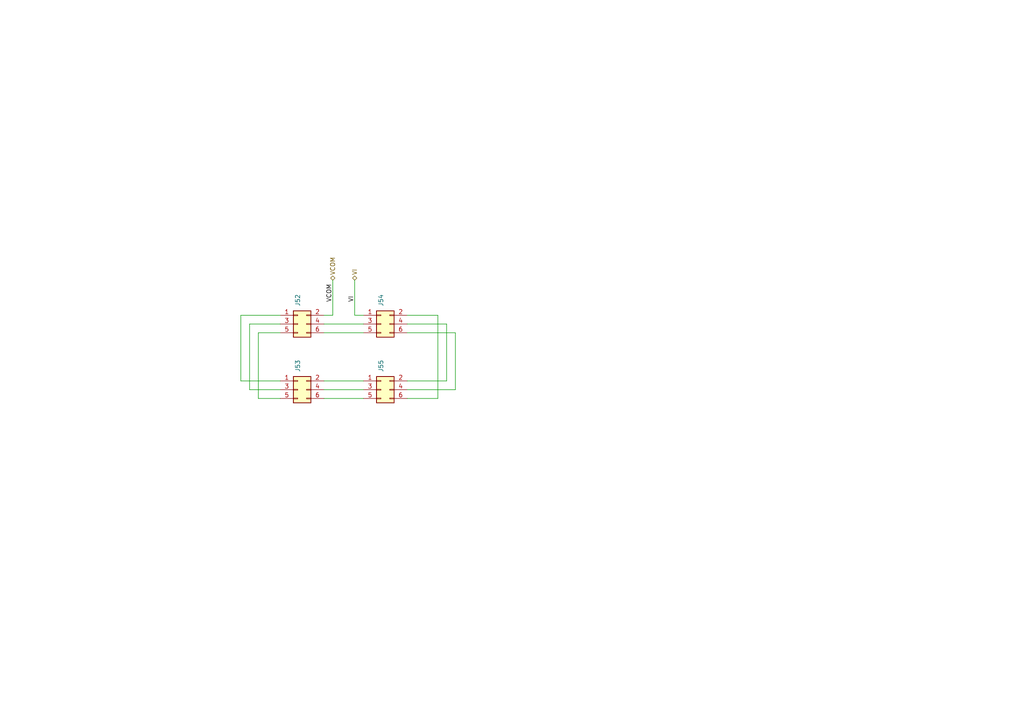
<source format=kicad_sch>
(kicad_sch (version 20250114) (generator "eeschema") (generator_version "9.0")
  (paper "A4")
  (lib_symbols
    (symbol "Connector_Generic:Conn_02x03_Odd_Even" (pin_names (offset 1.016) (hide yes))
      (property "Reference" "J" (at 1.27 5.08 0))
      (property "Value" "Conn_02x03_Odd_Even" (at 1.27 -5.08 0))
      (symbol "Conn_02x03_Odd_Even_1_1"
        (rectangle (start -1.27 3.81) (end 3.81 -3.81) (stroke (width 0.254)) (fill (type background)))
        (rectangle (start -1.27 2.667) (end 0 2.413) (stroke (width 0.1524)))
        (rectangle (start -1.27 0.127) (end 0 -0.127) (stroke (width 0.1524)))
        (rectangle (start -1.27 -2.413) (end 0 -2.667) (stroke (width 0.1524)))
        (rectangle (start 3.81 2.667) (end 2.54 2.413) (stroke (width 0.1524)))
        (rectangle (start 3.81 0.127) (end 2.54 -0.127) (stroke (width 0.1524)))
        (rectangle (start 3.81 -2.413) (end 2.54 -2.667) (stroke (width 0.1524)))
        (pin passive line (at -5.08 2.54 0) (length 3.81) (name "Pin_1") (number "1"))
        (pin passive line (at -5.08 0 0) (length 3.81) (name "Pin_3") (number "3"))
        (pin passive line (at -5.08 -2.54 0) (length 3.81) (name "Pin_5") (number "5"))
        (pin passive line (at 7.62 2.54 180) (length 3.81) (name "Pin_2") (number "2"))
        (pin passive line (at 7.62 0 180) (length 3.81) (name "Pin_4") (number "4"))
        (pin passive line (at 7.62 -2.54 180) (length 3.81) (name "Pin_6") (number "6"))
      )
    )
  )
  (wire (pts (xy 118.11 93.98) (xy 129.54 93.98)))
  (wire (pts (xy 93.98 110.49) (xy 105.41 110.49)))
  (wire (pts (xy 81.28 93.98) (xy 72.39 93.98)))
  (wire (pts (xy 74.93 115.57) (xy 81.28 115.57)))
  (wire (pts (xy 81.28 96.52) (xy 74.93 96.52)))
  (wire (pts (xy 129.54 93.98) (xy 129.54 110.49)))
  (wire (pts (xy 102.87 81.28) (xy 102.87 91.44)))
  (wire (pts (xy 96.52 81.28) (xy 96.52 91.44)))
  (wire (pts (xy 93.98 91.44) (xy 96.52 91.44)))
  (wire (pts (xy 93.98 96.52) (xy 105.41 96.52)))
  (wire (pts (xy 93.98 113.03) (xy 105.41 113.03)))
  (wire (pts (xy 93.98 93.98) (xy 105.41 93.98)))
  (wire (pts (xy 74.93 96.52) (xy 74.93 115.57)))
  (wire (pts (xy 118.11 96.52) (xy 132.08 96.52)))
  (wire (pts (xy 93.98 115.57) (xy 105.41 115.57)))
  (wire (pts (xy 105.41 91.44) (xy 102.87 91.44)))
  (wire (pts (xy 127 91.44) (xy 127 115.57)))
  (wire (pts (xy 72.39 93.98) (xy 72.39 113.03)))
  (wire (pts (xy 69.85 91.44) (xy 69.85 110.49)))
  (wire (pts (xy 118.11 110.49) (xy 129.54 110.49)))
  (wire (pts (xy 118.11 113.03) (xy 132.08 113.03)))
  (wire (pts (xy 118.11 91.44) (xy 127 91.44)))
  (wire (pts (xy 69.85 110.49) (xy 81.28 110.49)))
  (wire (pts (xy 72.39 113.03) (xy 81.28 113.03)))
  (wire (pts (xy 81.28 91.44) (xy 69.85 91.44)))
  (wire (pts (xy 127 115.57) (xy 118.11 115.57)))
  (wire (pts (xy 132.08 96.52) (xy 132.08 113.03)))
  (label "VI" (at 102.87 87.63 90))
  (label "VCOM" (at 96.52 87.63 90))
  (hierarchical_label "VI" (shape bidirectional) (at 102.87 81.28 90))
  (hierarchical_label "VCOM" (shape bidirectional) (at 96.52 81.28 90))
  (symbol (lib_id "Connector_Generic:Conn_02x03_Odd_Even") (at 110.49 93.98 0) (unit 1)
    (property "Reference" "J6" (at 110.4899 88.9 90) (effects (justify left)))
    (property "Value" "Conn_02x03_Odd_Even" (effects (hide yes)))
    (property "Footprint" "footprints:coil_terminal_3p" (effects (hide yes)))
    (property "Description" "Generic connector, double row, 02x03, odd/even pin numbering scheme (row 1 odd numbers, row 2 even numbers), script generated (kicad-library-utils/schlib/autogen/connector/)" (effects (hide yes)))
    (instances (project "touchpad" (path "" (reference "J54") (unit 1)) (path "" (reference "J162") (unit 1)) (path "" (reference "J130") (unit 1)) (path "" (reference "J102") (unit 1)) (path "" (reference "J142") (unit 1)) (path "" (reference "J110") (unit 1)) (path "" (reference "J78") (unit 1)) (path "" (reference "J6") (unit 1)) (path "" (reference "J58") (unit 1)) (path "" (reference "J146") (unit 1)) (path "" (reference "J154") (unit 1)) (path "" (reference "J50") (unit 1)) (path "" (reference "J174") (unit 1)) (path "" (reference "J30") (unit 1)) (path "" (reference "J106") (unit 1)) (path "" (reference "J118") (unit 1)) (path "" (reference "J126") (unit 1)) (path "" (reference "J150") (unit 1)) (path "" (reference "J42") (unit 1)) (path "" (reference "J86") (unit 1)) (path "" (reference "J46") (unit 1)) (path "" (reference "J18") (unit 1)) (path "" (reference "J178") (unit 1)) (path "" (reference "J14") (unit 1)) (path "" (reference "J170") (unit 1)) (path "" (reference "J74") (unit 1)) (path "" (reference "J62") (unit 1)) (path "" (reference "J158") (unit 1)) (path "" (reference "J166") (unit 1)) (path "" (reference "J66") (unit 1)) (path "" (reference "J22") (unit 1)) (path "" (reference "J122") (unit 1)) (path "" (reference "J90") (unit 1)) (path "" (reference "J134") (unit 1)) (path "" (reference "J138") (unit 1)) (path "" (reference "J82") (unit 1)) (path "" (reference "J182") (unit 1)) (path "" (reference "J34") (unit 1)) (path "" (reference "J26") (unit 1)) (path "" (reference "J98") (unit 1)) (path "" (reference "J114") (unit 1)) (path "" (reference "J70") (unit 1)) (path "" (reference "J38") (unit 1)) (path "" (reference "J94") (unit 1)) (path "" (reference "J10") (unit 1)) (path "" (reference "J186") (unit 1))) (project "prj" (path "" (reference "J101") (unit 1)) (path "" (reference "J241") (unit 1)) (path "" (reference "J289") (unit 1)) (path "" (reference "J165") (unit 1)) (path "" (reference "J17") (unit 1)) (path "" (reference "J5") (unit 1)) (path "" (reference "J317") (unit 1)) (path "" (reference "J201") (unit 1)) (path "" (reference "J157") (unit 1)) (path "" (reference "J77") (unit 1)) (path "" (reference "J257") (unit 1)) (path "" (reference "J129") (unit 1)) (path "" (reference "J293") (unit 1)) (path "" (reference "J185") (unit 1)) (path "" (reference "J233") (unit 1)) (path "" (reference "J153") (unit 1)) (path "" (reference "J285") (unit 1)) (path "" (reference "J193") (unit 1)) (path "" (reference "J41") (unit 1)) (path "" (reference "J205") (unit 1)) (path "" (reference "J305") (unit 1)) (path "" (reference "J145") (unit 1)) (path "" (reference "J37") (unit 1)) (path "" (reference "J309") (unit 1)) (path "" (reference "J49") (unit 1)) (path "" (reference "J141") (unit 1)) (path "" (reference "J181") (unit 1)) (path "" (reference "J149") (unit 1)) (path "" (reference "J65") (unit 1)) (path "" (reference "J125") (unit 1)) (path "" (reference "J137") (unit 1)) (path "" (reference "J25") (unit 1)) (path "" (reference "J237") (unit 1)) (path "" (reference "J161") (unit 1)) (path "" (reference "J269") (unit 1)) (path "" (reference "J301") (unit 1)) (path "" (reference "J105") (unit 1)) (path "" (reference "J177") (unit 1)) (path "" (reference "J261") (unit 1)) (path "" (reference "J265") (unit 1)) (path "" (reference "J209") (unit 1)) (path "" (reference "J117") (unit 1)) (path "" (reference "J89") (unit 1)) (path "" (reference "J93") (unit 1)) (path "" (reference "J61") (unit 1)) (path "" (reference "J217") (unit 1)) (path "" (reference "J173") (unit 1)) (path "" (reference "J253") (unit 1)) (path "" (reference "J249") (unit 1)) (path "" (reference "J113") (unit 1)) (path "" (reference "J281") (unit 1)) (path "" (reference "J133") (unit 1)) (path "" (reference "J221") (unit 1)) (path "" (reference "J213") (unit 1)) (path "" (reference "J9") (unit 1)) (path "" (reference "J53") (unit 1)) (path "" (reference "J121") (unit 1)) (path "" (reference "J313") (unit 1)) (path "" (reference "J245") (unit 1)) (path "" (reference "J45") (unit 1)) (path "" (reference "J21") (unit 1)) (path "" (reference "J273") (unit 1)) (path "" (reference "J57") (unit 1)) (path "" (reference "J73") (unit 1)) (path "" (reference "J297") (unit 1)) (path "" (reference "J189") (unit 1)) (path "" (reference "J277") (unit 1)) (path "" (reference "J69") (unit 1)) (path "" (reference "J229") (unit 1)) (path "" (reference "J33") (unit 1)) (path "" (reference "J13") (unit 1)) (path "" (reference "J197") (unit 1)) (path "" (reference "J81") (unit 1)) (path "" (reference "J109") (unit 1)) (path "" (reference "J169") (unit 1)) (path "" (reference "J225") (unit 1)) (path "" (reference "J97") (unit 1)) (path "" (reference "J29") (unit 1)) (path "" (reference "J85") (unit 1))))
  )
  (symbol (lib_id "Connector_Generic:Conn_02x03_Odd_Even") (at 86.36 113.03 0) (unit 1)
    (property "Reference" "J5" (at 86.3599 107.95 90) (effects (justify left)))
    (property "Value" "Conn_02x03_Odd_Even" (effects (hide yes)))
    (property "Footprint" "footprints:coil_terminal_3p" (effects (hide yes)))
    (property "Description" "Generic connector, double row, 02x03, odd/even pin numbering scheme (row 1 odd numbers, row 2 even numbers), script generated (kicad-library-utils/schlib/autogen/connector/)" (effects (hide yes)))
    (instances (project "touchpad" (path "" (reference "J53") (unit 1)) (path "" (reference "J161") (unit 1)) (path "" (reference "J129") (unit 1)) (path "" (reference "J101") (unit 1)) (path "" (reference "J141") (unit 1)) (path "" (reference "J109") (unit 1)) (path "" (reference "J77") (unit 1)) (path "" (reference "J5") (unit 1)) (path "" (reference "J57") (unit 1)) (path "" (reference "J145") (unit 1)) (path "" (reference "J153") (unit 1)) (path "" (reference "J49") (unit 1)) (path "" (reference "J173") (unit 1)) (path "" (reference "J29") (unit 1)) (path "" (reference "J105") (unit 1)) (path "" (reference "J117") (unit 1)) (path "" (reference "J125") (unit 1)) (path "" (reference "J149") (unit 1)) (path "" (reference "J41") (unit 1)) (path "" (reference "J85") (unit 1)) (path "" (reference "J45") (unit 1)) (path "" (reference "J17") (unit 1)) (path "" (reference "J177") (unit 1)) (path "" (reference "J13") (unit 1)) (path "" (reference "J169") (unit 1)) (path "" (reference "J73") (unit 1)) (path "" (reference "J61") (unit 1)) (path "" (reference "J157") (unit 1)) (path "" (reference "J165") (unit 1)) (path "" (reference "J65") (unit 1)) (path "" (reference "J21") (unit 1)) (path "" (reference "J121") (unit 1)) (path "" (reference "J89") (unit 1)) (path "" (reference "J133") (unit 1)) (path "" (reference "J137") (unit 1)) (path "" (reference "J81") (unit 1)) (path "" (reference "J181") (unit 1)) (path "" (reference "J33") (unit 1)) (path "" (reference "J25") (unit 1)) (path "" (reference "J97") (unit 1)) (path "" (reference "J113") (unit 1)) (path "" (reference "J69") (unit 1)) (path "" (reference "J37") (unit 1)) (path "" (reference "J93") (unit 1)) (path "" (reference "J9") (unit 1)) (path "" (reference "J185") (unit 1))) (project "prj" (path "" (reference "J100") (unit 1)) (path "" (reference "J240") (unit 1)) (path "" (reference "J288") (unit 1)) (path "" (reference "J164") (unit 1)) (path "" (reference "J16") (unit 1)) (path "" (reference "J4") (unit 1)) (path "" (reference "J316") (unit 1)) (path "" (reference "J200") (unit 1)) (path "" (reference "J156") (unit 1)) (path "" (reference "J76") (unit 1)) (path "" (reference "J256") (unit 1)) (path "" (reference "J128") (unit 1)) (path "" (reference "J292") (unit 1)) (path "" (reference "J184") (unit 1)) (path "" (reference "J232") (unit 1)) (path "" (reference "J152") (unit 1)) (path "" (reference "J284") (unit 1)) (path "" (reference "J192") (unit 1)) (path "" (reference "J40") (unit 1)) (path "" (reference "J204") (unit 1)) (path "" (reference "J304") (unit 1)) (path "" (reference "J144") (unit 1)) (path "" (reference "J36") (unit 1)) (path "" (reference "J308") (unit 1)) (path "" (reference "J48") (unit 1)) (path "" (reference "J140") (unit 1)) (path "" (reference "J180") (unit 1)) (path "" (reference "J148") (unit 1)) (path "" (reference "J64") (unit 1)) (path "" (reference "J124") (unit 1)) (path "" (reference "J136") (unit 1)) (path "" (reference "J24") (unit 1)) (path "" (reference "J236") (unit 1)) (path "" (reference "J160") (unit 1)) (path "" (reference "J268") (unit 1)) (path "" (reference "J300") (unit 1)) (path "" (reference "J104") (unit 1)) (path "" (reference "J176") (unit 1)) (path "" (reference "J260") (unit 1)) (path "" (reference "J264") (unit 1)) (path "" (reference "J208") (unit 1)) (path "" (reference "J116") (unit 1)) (path "" (reference "J88") (unit 1)) (path "" (reference "J92") (unit 1)) (path "" (reference "J60") (unit 1)) (path "" (reference "J216") (unit 1)) (path "" (reference "J172") (unit 1)) (path "" (reference "J252") (unit 1)) (path "" (reference "J248") (unit 1)) (path "" (reference "J112") (unit 1)) (path "" (reference "J280") (unit 1)) (path "" (reference "J132") (unit 1)) (path "" (reference "J220") (unit 1)) (path "" (reference "J212") (unit 1)) (path "" (reference "J8") (unit 1)) (path "" (reference "J52") (unit 1)) (path "" (reference "J120") (unit 1)) (path "" (reference "J312") (unit 1)) (path "" (reference "J244") (unit 1)) (path "" (reference "J44") (unit 1)) (path "" (reference "J20") (unit 1)) (path "" (reference "J272") (unit 1)) (path "" (reference "J56") (unit 1)) (path "" (reference "J72") (unit 1)) (path "" (reference "J296") (unit 1)) (path "" (reference "J188") (unit 1)) (path "" (reference "J276") (unit 1)) (path "" (reference "J68") (unit 1)) (path "" (reference "J228") (unit 1)) (path "" (reference "J32") (unit 1)) (path "" (reference "J12") (unit 1)) (path "" (reference "J196") (unit 1)) (path "" (reference "J80") (unit 1)) (path "" (reference "J108") (unit 1)) (path "" (reference "J168") (unit 1)) (path "" (reference "J224") (unit 1)) (path "" (reference "J96") (unit 1)) (path "" (reference "J28") (unit 1)) (path "" (reference "J84") (unit 1))))
  )
  (symbol (lib_id "Connector_Generic:Conn_02x03_Odd_Even") (at 110.49 113.03 0) (unit 1)
    (property "Reference" "J7" (at 110.4899 107.95 90) (effects (justify left)))
    (property "Value" "Conn_02x03_Odd_Even" (effects (hide yes)))
    (property "Footprint" "footprints:coil_terminal_3p" (effects (hide yes)))
    (property "Description" "Generic connector, double row, 02x03, odd/even pin numbering scheme (row 1 odd numbers, row 2 even numbers), script generated (kicad-library-utils/schlib/autogen/connector/)" (effects (hide yes)))
    (instances (project "touchpad" (path "" (reference "J55") (unit 1)) (path "" (reference "J163") (unit 1)) (path "" (reference "J131") (unit 1)) (path "" (reference "J103") (unit 1)) (path "" (reference "J143") (unit 1)) (path "" (reference "J111") (unit 1)) (path "" (reference "J79") (unit 1)) (path "" (reference "J7") (unit 1)) (path "" (reference "J59") (unit 1)) (path "" (reference "J147") (unit 1)) (path "" (reference "J155") (unit 1)) (path "" (reference "J51") (unit 1)) (path "" (reference "J175") (unit 1)) (path "" (reference "J31") (unit 1)) (path "" (reference "J107") (unit 1)) (path "" (reference "J119") (unit 1)) (path "" (reference "J127") (unit 1)) (path "" (reference "J151") (unit 1)) (path "" (reference "J43") (unit 1)) (path "" (reference "J87") (unit 1)) (path "" (reference "J47") (unit 1)) (path "" (reference "J19") (unit 1)) (path "" (reference "J179") (unit 1)) (path "" (reference "J15") (unit 1)) (path "" (reference "J171") (unit 1)) (path "" (reference "J75") (unit 1)) (path "" (reference "J63") (unit 1)) (path "" (reference "J159") (unit 1)) (path "" (reference "J167") (unit 1)) (path "" (reference "J67") (unit 1)) (path "" (reference "J23") (unit 1)) (path "" (reference "J123") (unit 1)) (path "" (reference "J91") (unit 1)) (path "" (reference "J135") (unit 1)) (path "" (reference "J139") (unit 1)) (path "" (reference "J83") (unit 1)) (path "" (reference "J183") (unit 1)) (path "" (reference "J35") (unit 1)) (path "" (reference "J27") (unit 1)) (path "" (reference "J99") (unit 1)) (path "" (reference "J115") (unit 1)) (path "" (reference "J71") (unit 1)) (path "" (reference "J39") (unit 1)) (path "" (reference "J95") (unit 1)) (path "" (reference "J11") (unit 1)) (path "" (reference "J187") (unit 1))) (project "prj" (path "" (reference "J102") (unit 1)) (path "" (reference "J242") (unit 1)) (path "" (reference "J290") (unit 1)) (path "" (reference "J166") (unit 1)) (path "" (reference "J18") (unit 1)) (path "" (reference "J6") (unit 1)) (path "" (reference "J318") (unit 1)) (path "" (reference "J202") (unit 1)) (path "" (reference "J158") (unit 1)) (path "" (reference "J78") (unit 1)) (path "" (reference "J258") (unit 1)) (path "" (reference "J130") (unit 1)) (path "" (reference "J294") (unit 1)) (path "" (reference "J186") (unit 1)) (path "" (reference "J234") (unit 1)) (path "" (reference "J154") (unit 1)) (path "" (reference "J286") (unit 1)) (path "" (reference "J194") (unit 1)) (path "" (reference "J42") (unit 1)) (path "" (reference "J206") (unit 1)) (path "" (reference "J306") (unit 1)) (path "" (reference "J146") (unit 1)) (path "" (reference "J38") (unit 1)) (path "" (reference "J310") (unit 1)) (path "" (reference "J50") (unit 1)) (path "" (reference "J142") (unit 1)) (path "" (reference "J182") (unit 1)) (path "" (reference "J150") (unit 1)) (path "" (reference "J66") (unit 1)) (path "" (reference "J126") (unit 1)) (path "" (reference "J138") (unit 1)) (path "" (reference "J26") (unit 1)) (path "" (reference "J238") (unit 1)) (path "" (reference "J162") (unit 1)) (path "" (reference "J270") (unit 1)) (path "" (reference "J302") (unit 1)) (path "" (reference "J106") (unit 1)) (path "" (reference "J178") (unit 1)) (path "" (reference "J262") (unit 1)) (path "" (reference "J266") (unit 1)) (path "" (reference "J210") (unit 1)) (path "" (reference "J118") (unit 1)) (path "" (reference "J90") (unit 1)) (path "" (reference "J94") (unit 1)) (path "" (reference "J62") (unit 1)) (path "" (reference "J218") (unit 1)) (path "" (reference "J174") (unit 1)) (path "" (reference "J254") (unit 1)) (path "" (reference "J250") (unit 1)) (path "" (reference "J114") (unit 1)) (path "" (reference "J282") (unit 1)) (path "" (reference "J134") (unit 1)) (path "" (reference "J222") (unit 1)) (path "" (reference "J214") (unit 1)) (path "" (reference "J10") (unit 1)) (path "" (reference "J54") (unit 1)) (path "" (reference "J122") (unit 1)) (path "" (reference "J314") (unit 1)) (path "" (reference "J246") (unit 1)) (path "" (reference "J46") (unit 1)) (path "" (reference "J22") (unit 1)) (path "" (reference "J274") (unit 1)) (path "" (reference "J58") (unit 1)) (path "" (reference "J74") (unit 1)) (path "" (reference "J298") (unit 1)) (path "" (reference "J190") (unit 1)) (path "" (reference "J278") (unit 1)) (path "" (reference "J70") (unit 1)) (path "" (reference "J230") (unit 1)) (path "" (reference "J34") (unit 1)) (path "" (reference "J14") (unit 1)) (path "" (reference "J198") (unit 1)) (path "" (reference "J82") (unit 1)) (path "" (reference "J110") (unit 1)) (path "" (reference "J170") (unit 1)) (path "" (reference "J226") (unit 1)) (path "" (reference "J98") (unit 1)) (path "" (reference "J30") (unit 1)) (path "" (reference "J86") (unit 1))))
  )
  (symbol (lib_id "Connector_Generic:Conn_02x03_Odd_Even") (at 86.36 93.98 0) (unit 1)
    (property "Reference" "J4" (at 86.3599 88.9 90) (effects (justify left)))
    (property "Value" "Conn_02x03_Odd_Even" (effects (hide yes)))
    (property "Footprint" "footprints:coil_terminal_3p" (effects (hide yes)))
    (property "Description" "Generic connector, double row, 02x03, odd/even pin numbering scheme (row 1 odd numbers, row 2 even numbers), script generated (kicad-library-utils/schlib/autogen/connector/)" (effects (hide yes)))
    (instances (project "touchpad" (path "" (reference "J52") (unit 1)) (path "" (reference "J160") (unit 1)) (path "" (reference "J128") (unit 1)) (path "" (reference "J100") (unit 1)) (path "" (reference "J140") (unit 1)) (path "" (reference "J108") (unit 1)) (path "" (reference "J76") (unit 1)) (path "" (reference "J4") (unit 1)) (path "" (reference "J56") (unit 1)) (path "" (reference "J144") (unit 1)) (path "" (reference "J152") (unit 1)) (path "" (reference "J48") (unit 1)) (path "" (reference "J172") (unit 1)) (path "" (reference "J28") (unit 1)) (path "" (reference "J104") (unit 1)) (path "" (reference "J116") (unit 1)) (path "" (reference "J124") (unit 1)) (path "" (reference "J148") (unit 1)) (path "" (reference "J40") (unit 1)) (path "" (reference "J84") (unit 1)) (path "" (reference "J44") (unit 1)) (path "" (reference "J16") (unit 1)) (path "" (reference "J176") (unit 1)) (path "" (reference "J12") (unit 1)) (path "" (reference "J168") (unit 1)) (path "" (reference "J72") (unit 1)) (path "" (reference "J60") (unit 1)) (path "" (reference "J156") (unit 1)) (path "" (reference "J164") (unit 1)) (path "" (reference "J64") (unit 1)) (path "" (reference "J20") (unit 1)) (path "" (reference "J120") (unit 1)) (path "" (reference "J88") (unit 1)) (path "" (reference "J132") (unit 1)) (path "" (reference "J136") (unit 1)) (path "" (reference "J80") (unit 1)) (path "" (reference "J180") (unit 1)) (path "" (reference "J32") (unit 1)) (path "" (reference "J24") (unit 1)) (path "" (reference "J96") (unit 1)) (path "" (reference "J112") (unit 1)) (path "" (reference "J68") (unit 1)) (path "" (reference "J36") (unit 1)) (path "" (reference "J92") (unit 1)) (path "" (reference "J8") (unit 1)) (path "" (reference "J184") (unit 1))) (project "prj" (path "" (reference "J99") (unit 1)) (path "" (reference "J239") (unit 1)) (path "" (reference "J287") (unit 1)) (path "" (reference "J163") (unit 1)) (path "" (reference "J15") (unit 1)) (path "" (reference "J3") (unit 1)) (path "" (reference "J315") (unit 1)) (path "" (reference "J199") (unit 1)) (path "" (reference "J155") (unit 1)) (path "" (reference "J75") (unit 1)) (path "" (reference "J255") (unit 1)) (path "" (reference "J127") (unit 1)) (path "" (reference "J291") (unit 1)) (path "" (reference "J183") (unit 1)) (path "" (reference "J231") (unit 1)) (path "" (reference "J151") (unit 1)) (path "" (reference "J283") (unit 1)) (path "" (reference "J191") (unit 1)) (path "" (reference "J39") (unit 1)) (path "" (reference "J203") (unit 1)) (path "" (reference "J303") (unit 1)) (path "" (reference "J143") (unit 1)) (path "" (reference "J35") (unit 1)) (path "" (reference "J307") (unit 1)) (path "" (reference "J47") (unit 1)) (path "" (reference "J139") (unit 1)) (path "" (reference "J179") (unit 1)) (path "" (reference "J147") (unit 1)) (path "" (reference "J63") (unit 1)) (path "" (reference "J123") (unit 1)) (path "" (reference "J135") (unit 1)) (path "" (reference "J23") (unit 1)) (path "" (reference "J235") (unit 1)) (path "" (reference "J159") (unit 1)) (path "" (reference "J267") (unit 1)) (path "" (reference "J299") (unit 1)) (path "" (reference "J103") (unit 1)) (path "" (reference "J175") (unit 1)) (path "" (reference "J259") (unit 1)) (path "" (reference "J263") (unit 1)) (path "" (reference "J207") (unit 1)) (path "" (reference "J115") (unit 1)) (path "" (reference "J87") (unit 1)) (path "" (reference "J91") (unit 1)) (path "" (reference "J59") (unit 1)) (path "" (reference "J215") (unit 1)) (path "" (reference "J171") (unit 1)) (path "" (reference "J251") (unit 1)) (path "" (reference "J247") (unit 1)) (path "" (reference "J111") (unit 1)) (path "" (reference "J279") (unit 1)) (path "" (reference "J131") (unit 1)) (path "" (reference "J219") (unit 1)) (path "" (reference "J211") (unit 1)) (path "" (reference "J7") (unit 1)) (path "" (reference "J51") (unit 1)) (path "" (reference "J119") (unit 1)) (path "" (reference "J311") (unit 1)) (path "" (reference "J243") (unit 1)) (path "" (reference "J43") (unit 1)) (path "" (reference "J19") (unit 1)) (path "" (reference "J271") (unit 1)) (path "" (reference "J55") (unit 1)) (path "" (reference "J71") (unit 1)) (path "" (reference "J295") (unit 1)) (path "" (reference "J187") (unit 1)) (path "" (reference "J275") (unit 1)) (path "" (reference "J67") (unit 1)) (path "" (reference "J227") (unit 1)) (path "" (reference "J31") (unit 1)) (path "" (reference "J11") (unit 1)) (path "" (reference "J195") (unit 1)) (path "" (reference "J79") (unit 1)) (path "" (reference "J107") (unit 1)) (path "" (reference "J167") (unit 1)) (path "" (reference "J223") (unit 1)) (path "" (reference "J95") (unit 1)) (path "" (reference "J27") (unit 1)) (path "" (reference "J83") (unit 1))))
  )
)
</source>
